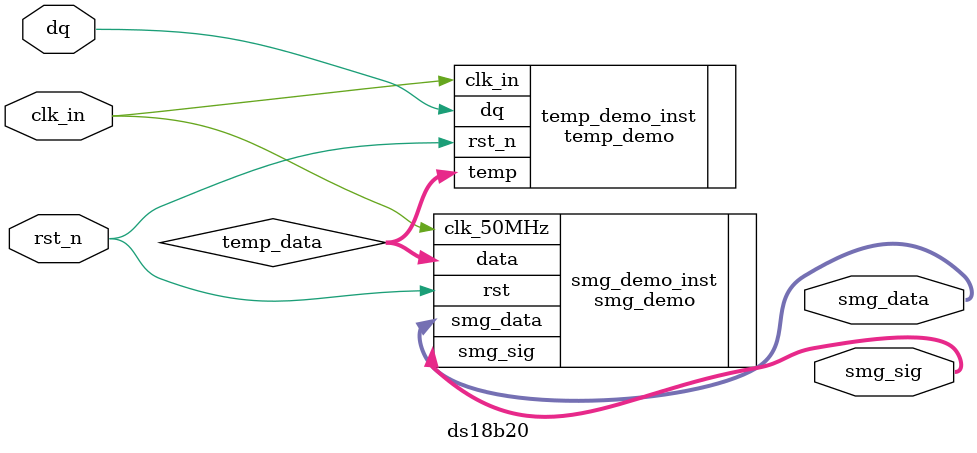
<source format=v>
`timescale 1ns/1ps

module ds18b20
	(
		input wire	clk_in,
		input wire	rst_n,
		inout wire	dq,
		output wire[1:0]	smg_sig,
		output wire[7:0]	smg_data
	);

wire[4:0] temp_data;

//temp_demo
temp_demo temp_demo_inst
	(
		.clk_in(clk_in),
		.rst_n(rst_n),
		.dq(dq),
		.temp(temp_data)
	);
	
//smg_demo
smg_demo smg_demo_inst
	(
		.clk_50MHz(clk_in),
		.rst(rst_n),
		.data(temp_data),
		.smg_sig(smg_sig),
		.smg_data(smg_data)
	);
	
endmodule

</source>
